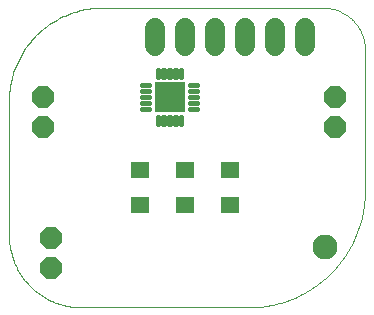
<source format=gts>
G75*
%MOIN*%
%OFA0B0*%
%FSLAX25Y25*%
%IPPOS*%
%LPD*%
%AMOC8*
5,1,8,0,0,1.08239X$1,22.5*
%
%ADD10C,0.00000*%
%ADD11C,0.06800*%
%ADD12R,0.06312X0.05524*%
%ADD13C,0.01279*%
%ADD14R,0.10000X0.10000*%
%ADD15OC8,0.07400*%
%ADD16C,0.08300*%
D10*
X0032342Y0015582D02*
X0087749Y0015582D01*
X0087749Y0015583D02*
X0088693Y0015594D01*
X0089636Y0015629D01*
X0090578Y0015686D01*
X0091518Y0015765D01*
X0092456Y0015868D01*
X0093391Y0015993D01*
X0094324Y0016140D01*
X0095252Y0016311D01*
X0096176Y0016503D01*
X0097095Y0016718D01*
X0098008Y0016955D01*
X0098915Y0017214D01*
X0099816Y0017494D01*
X0100710Y0017797D01*
X0101597Y0018121D01*
X0102475Y0018466D01*
X0103345Y0018832D01*
X0104205Y0019220D01*
X0105056Y0019628D01*
X0105897Y0020056D01*
X0106727Y0020505D01*
X0107546Y0020973D01*
X0108354Y0021461D01*
X0109149Y0021969D01*
X0109932Y0022496D01*
X0110703Y0023041D01*
X0111459Y0023605D01*
X0112202Y0024187D01*
X0112931Y0024787D01*
X0113645Y0025404D01*
X0114343Y0026038D01*
X0115027Y0026689D01*
X0115694Y0027356D01*
X0116345Y0028040D01*
X0116979Y0028738D01*
X0117596Y0029452D01*
X0118196Y0030181D01*
X0118778Y0030924D01*
X0119342Y0031680D01*
X0119887Y0032451D01*
X0120414Y0033234D01*
X0120922Y0034029D01*
X0121410Y0034837D01*
X0121878Y0035656D01*
X0122327Y0036486D01*
X0122755Y0037327D01*
X0123163Y0038178D01*
X0123551Y0039038D01*
X0123917Y0039908D01*
X0124262Y0040786D01*
X0124586Y0041673D01*
X0124889Y0042567D01*
X0125169Y0043468D01*
X0125428Y0044375D01*
X0125665Y0045288D01*
X0125880Y0046207D01*
X0126072Y0047131D01*
X0126243Y0048059D01*
X0126390Y0048992D01*
X0126515Y0049927D01*
X0126618Y0050865D01*
X0126697Y0051805D01*
X0126754Y0052747D01*
X0126789Y0053690D01*
X0126800Y0054634D01*
X0126800Y0101417D01*
X0126796Y0101757D01*
X0126784Y0102098D01*
X0126763Y0102437D01*
X0126734Y0102777D01*
X0126697Y0103115D01*
X0126652Y0103452D01*
X0126599Y0103789D01*
X0126538Y0104123D01*
X0126468Y0104457D01*
X0126391Y0104788D01*
X0126305Y0105118D01*
X0126212Y0105445D01*
X0126111Y0105770D01*
X0126001Y0106093D01*
X0125885Y0106412D01*
X0125760Y0106729D01*
X0125628Y0107043D01*
X0125488Y0107353D01*
X0125341Y0107660D01*
X0125186Y0107964D01*
X0125025Y0108263D01*
X0124856Y0108559D01*
X0124679Y0108850D01*
X0124496Y0109137D01*
X0124306Y0109419D01*
X0124110Y0109697D01*
X0123906Y0109970D01*
X0123696Y0110238D01*
X0123480Y0110501D01*
X0123257Y0110758D01*
X0123028Y0111010D01*
X0122794Y0111257D01*
X0122553Y0111498D01*
X0122306Y0111732D01*
X0122054Y0111961D01*
X0121797Y0112184D01*
X0121534Y0112400D01*
X0121266Y0112610D01*
X0120993Y0112814D01*
X0120715Y0113010D01*
X0120433Y0113200D01*
X0120146Y0113383D01*
X0119855Y0113560D01*
X0119559Y0113729D01*
X0119260Y0113890D01*
X0118956Y0114045D01*
X0118649Y0114192D01*
X0118339Y0114332D01*
X0118025Y0114464D01*
X0117708Y0114589D01*
X0117389Y0114705D01*
X0117066Y0114815D01*
X0116741Y0114916D01*
X0116414Y0115009D01*
X0116084Y0115095D01*
X0115753Y0115172D01*
X0115419Y0115242D01*
X0115085Y0115303D01*
X0114748Y0115356D01*
X0114411Y0115401D01*
X0114073Y0115438D01*
X0113733Y0115467D01*
X0113394Y0115488D01*
X0113053Y0115500D01*
X0112713Y0115504D01*
X0039260Y0115504D01*
X0038507Y0115495D01*
X0037755Y0115468D01*
X0037003Y0115422D01*
X0036253Y0115359D01*
X0035504Y0115277D01*
X0034758Y0115177D01*
X0034014Y0115059D01*
X0033273Y0114923D01*
X0032536Y0114770D01*
X0031803Y0114599D01*
X0031074Y0114409D01*
X0030350Y0114203D01*
X0029631Y0113979D01*
X0028917Y0113738D01*
X0028210Y0113479D01*
X0027509Y0113204D01*
X0026815Y0112911D01*
X0026129Y0112602D01*
X0025450Y0112277D01*
X0024779Y0111935D01*
X0024116Y0111577D01*
X0023463Y0111203D01*
X0022818Y0110813D01*
X0022183Y0110408D01*
X0021559Y0109988D01*
X0020944Y0109553D01*
X0020340Y0109103D01*
X0019747Y0108638D01*
X0019166Y0108160D01*
X0018596Y0107667D01*
X0018039Y0107161D01*
X0017494Y0106642D01*
X0016961Y0106109D01*
X0016442Y0105564D01*
X0015936Y0105007D01*
X0015443Y0104437D01*
X0014965Y0103856D01*
X0014500Y0103263D01*
X0014050Y0102659D01*
X0013615Y0102044D01*
X0013195Y0101420D01*
X0012790Y0100785D01*
X0012400Y0100140D01*
X0012026Y0099487D01*
X0011668Y0098824D01*
X0011326Y0098153D01*
X0011001Y0097474D01*
X0010692Y0096788D01*
X0010399Y0096094D01*
X0010124Y0095393D01*
X0009865Y0094686D01*
X0009624Y0093972D01*
X0009400Y0093253D01*
X0009194Y0092529D01*
X0009004Y0091800D01*
X0008833Y0091067D01*
X0008680Y0090330D01*
X0008544Y0089589D01*
X0008426Y0088845D01*
X0008326Y0088099D01*
X0008244Y0087350D01*
X0008181Y0086600D01*
X0008135Y0085848D01*
X0008108Y0085096D01*
X0008099Y0084343D01*
X0008099Y0039825D01*
X0008106Y0039230D01*
X0008128Y0038635D01*
X0008165Y0038042D01*
X0008216Y0037449D01*
X0008281Y0036857D01*
X0008361Y0036268D01*
X0008456Y0035680D01*
X0008565Y0035095D01*
X0008688Y0034513D01*
X0008826Y0033934D01*
X0008977Y0033359D01*
X0009143Y0032788D01*
X0009323Y0032220D01*
X0009516Y0031658D01*
X0009723Y0031100D01*
X0009944Y0030548D01*
X0010179Y0030001D01*
X0010427Y0029460D01*
X0010688Y0028925D01*
X0010962Y0028397D01*
X0011248Y0027876D01*
X0011548Y0027362D01*
X0011860Y0026855D01*
X0012185Y0026356D01*
X0012521Y0025866D01*
X0012870Y0025383D01*
X0013230Y0024910D01*
X0013602Y0024445D01*
X0013985Y0023990D01*
X0014379Y0023544D01*
X0014784Y0023108D01*
X0015200Y0022683D01*
X0015625Y0022267D01*
X0016061Y0021862D01*
X0016507Y0021468D01*
X0016962Y0021085D01*
X0017427Y0020713D01*
X0017900Y0020353D01*
X0018383Y0020004D01*
X0018873Y0019668D01*
X0019372Y0019343D01*
X0019879Y0019031D01*
X0020393Y0018731D01*
X0020914Y0018445D01*
X0021442Y0018171D01*
X0021977Y0017910D01*
X0022518Y0017662D01*
X0023065Y0017427D01*
X0023617Y0017206D01*
X0024175Y0016999D01*
X0024737Y0016806D01*
X0025305Y0016626D01*
X0025876Y0016460D01*
X0026451Y0016309D01*
X0027030Y0016171D01*
X0027612Y0016048D01*
X0028197Y0015939D01*
X0028785Y0015844D01*
X0029374Y0015764D01*
X0029966Y0015699D01*
X0030559Y0015648D01*
X0031152Y0015611D01*
X0031747Y0015589D01*
X0032342Y0015582D01*
D11*
X0056800Y0102582D02*
X0056800Y0108582D01*
X0066800Y0108582D02*
X0066800Y0102582D01*
X0076800Y0102582D02*
X0076800Y0108582D01*
X0086800Y0108582D02*
X0086800Y0102582D01*
X0096800Y0102582D02*
X0096800Y0108582D01*
X0106800Y0108582D02*
X0106800Y0102582D01*
D12*
X0081800Y0061488D03*
X0081800Y0049677D03*
X0066800Y0049677D03*
X0066800Y0061488D03*
X0051800Y0061488D03*
X0051800Y0049677D03*
D13*
X0057649Y0076372D02*
X0057649Y0079044D01*
X0058077Y0079044D01*
X0058077Y0076372D01*
X0057649Y0076372D01*
X0057649Y0077650D02*
X0058077Y0077650D01*
X0058077Y0078928D02*
X0057649Y0078928D01*
X0059617Y0079044D02*
X0059617Y0076372D01*
X0059617Y0079044D02*
X0060045Y0079044D01*
X0060045Y0076372D01*
X0059617Y0076372D01*
X0059617Y0077650D02*
X0060045Y0077650D01*
X0060045Y0078928D02*
X0059617Y0078928D01*
X0061586Y0079044D02*
X0061586Y0076372D01*
X0061586Y0079044D02*
X0062014Y0079044D01*
X0062014Y0076372D01*
X0061586Y0076372D01*
X0061586Y0077650D02*
X0062014Y0077650D01*
X0062014Y0078928D02*
X0061586Y0078928D01*
X0063555Y0079044D02*
X0063555Y0076372D01*
X0063555Y0079044D02*
X0063983Y0079044D01*
X0063983Y0076372D01*
X0063555Y0076372D01*
X0063555Y0077650D02*
X0063983Y0077650D01*
X0063983Y0078928D02*
X0063555Y0078928D01*
X0065523Y0079044D02*
X0065523Y0076372D01*
X0065523Y0079044D02*
X0065951Y0079044D01*
X0065951Y0076372D01*
X0065523Y0076372D01*
X0065523Y0077650D02*
X0065951Y0077650D01*
X0065951Y0078928D02*
X0065523Y0078928D01*
X0068338Y0081431D02*
X0068338Y0081859D01*
X0071010Y0081859D01*
X0071010Y0081431D01*
X0068338Y0081431D01*
X0068338Y0083400D02*
X0068338Y0083828D01*
X0071010Y0083828D01*
X0071010Y0083400D01*
X0068338Y0083400D01*
X0068338Y0085368D02*
X0068338Y0085796D01*
X0071010Y0085796D01*
X0071010Y0085368D01*
X0068338Y0085368D01*
X0068338Y0087337D02*
X0068338Y0087765D01*
X0071010Y0087765D01*
X0071010Y0087337D01*
X0068338Y0087337D01*
X0068338Y0089305D02*
X0068338Y0089733D01*
X0071010Y0089733D01*
X0071010Y0089305D01*
X0068338Y0089305D01*
X0065523Y0092120D02*
X0065523Y0094792D01*
X0065951Y0094792D01*
X0065951Y0092120D01*
X0065523Y0092120D01*
X0065523Y0093398D02*
X0065951Y0093398D01*
X0065951Y0094676D02*
X0065523Y0094676D01*
X0063555Y0094792D02*
X0063555Y0092120D01*
X0063555Y0094792D02*
X0063983Y0094792D01*
X0063983Y0092120D01*
X0063555Y0092120D01*
X0063555Y0093398D02*
X0063983Y0093398D01*
X0063983Y0094676D02*
X0063555Y0094676D01*
X0061586Y0094792D02*
X0061586Y0092120D01*
X0061586Y0094792D02*
X0062014Y0094792D01*
X0062014Y0092120D01*
X0061586Y0092120D01*
X0061586Y0093398D02*
X0062014Y0093398D01*
X0062014Y0094676D02*
X0061586Y0094676D01*
X0059617Y0094792D02*
X0059617Y0092120D01*
X0059617Y0094792D02*
X0060045Y0094792D01*
X0060045Y0092120D01*
X0059617Y0092120D01*
X0059617Y0093398D02*
X0060045Y0093398D01*
X0060045Y0094676D02*
X0059617Y0094676D01*
X0057649Y0094792D02*
X0057649Y0092120D01*
X0057649Y0094792D02*
X0058077Y0094792D01*
X0058077Y0092120D01*
X0057649Y0092120D01*
X0057649Y0093398D02*
X0058077Y0093398D01*
X0058077Y0094676D02*
X0057649Y0094676D01*
X0052590Y0089733D02*
X0052590Y0089305D01*
X0052590Y0089733D02*
X0055262Y0089733D01*
X0055262Y0089305D01*
X0052590Y0089305D01*
X0052590Y0087765D02*
X0052590Y0087337D01*
X0052590Y0087765D02*
X0055262Y0087765D01*
X0055262Y0087337D01*
X0052590Y0087337D01*
X0052590Y0085796D02*
X0052590Y0085368D01*
X0052590Y0085796D02*
X0055262Y0085796D01*
X0055262Y0085368D01*
X0052590Y0085368D01*
X0052590Y0083828D02*
X0052590Y0083400D01*
X0052590Y0083828D02*
X0055262Y0083828D01*
X0055262Y0083400D01*
X0052590Y0083400D01*
X0052590Y0081859D02*
X0052590Y0081431D01*
X0052590Y0081859D02*
X0055262Y0081859D01*
X0055262Y0081431D01*
X0052590Y0081431D01*
D14*
X0061800Y0085582D03*
D15*
X0022050Y0028582D03*
X0022050Y0038582D03*
X0019300Y0075582D03*
X0019300Y0085582D03*
X0116800Y0085582D03*
X0116800Y0075582D03*
D16*
X0113300Y0035832D03*
M02*

</source>
